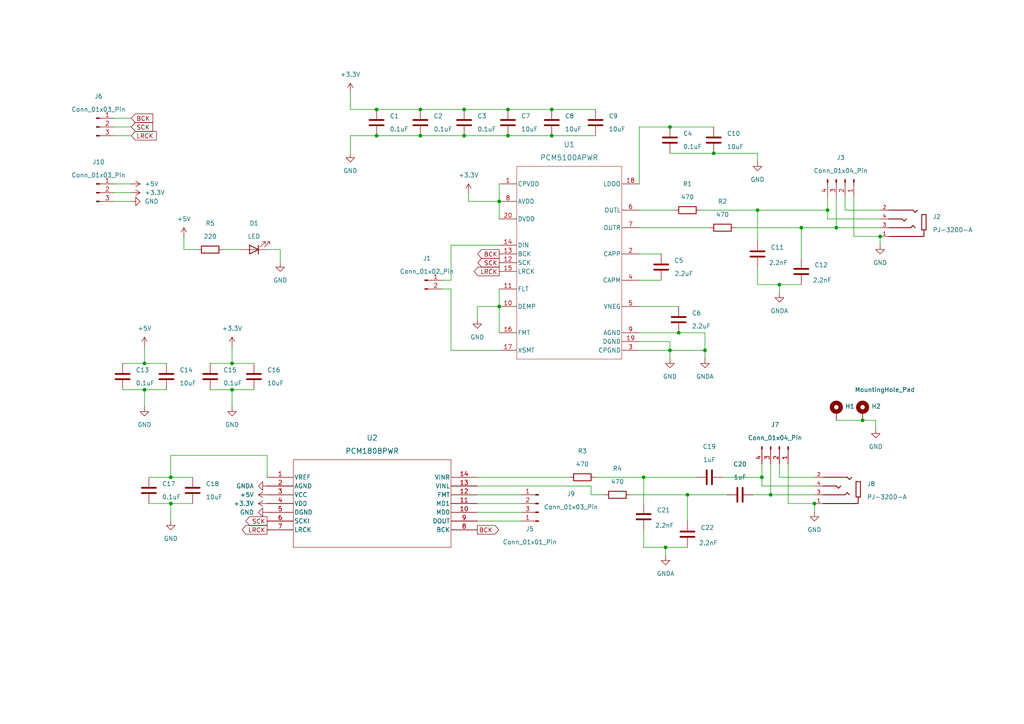
<source format=kicad_sch>
(kicad_sch (version 20250114) (generator "eeschema") (generator_version "9.0")
  (paper "A4")
  (title_block (title "tobydio - pcm5100a and pcm1808 breakout board") (date "2025-04-18") (rev "v6") (company "DaCloud"))
  (lib_symbols
    (symbol "Connector:Conn_01x01_Pin" (pin_names (offset 1.016) (hide yes))
      (property "Reference" "J" (at 0 2.54 0))
      (property "Value" "Conn_01x01_Pin" (at 0 -2.54 0))
      (symbol "Conn_01x01_Pin_1_1"
        (rectangle (start 0.8636 0.127) (end 0 -0.127) (stroke (width 0.1524)) (fill (type outline)))
        (polyline (pts (xy 1.27 0) (xy 0.8636 0)) (stroke (width 0.1524)))
        (pin passive line (at 5.08 0 180) (length 3.81) (name "Pin_1") (number "1"))
      )
    )
    (symbol "Connector:Conn_01x02_Pin" (pin_names (offset 1.016) (hide yes))
      (property "Reference" "J" (at 0 2.54 0))
      (property "Value" "Conn_01x02_Pin" (at 0 -5.08 0))
      (symbol "Conn_01x02_Pin_1_1"
        (rectangle (start 0.8636 0.127) (end 0 -0.127) (stroke (width 0.1524)) (fill (type outline)))
        (rectangle (start 0.8636 -2.413) (end 0 -2.667) (stroke (width 0.1524)) (fill (type outline)))
        (polyline (pts (xy 1.27 0) (xy 0.8636 0)) (stroke (width 0.1524)))
        (polyline (pts (xy 1.27 -2.54) (xy 0.8636 -2.54)) (stroke (width 0.1524)))
        (pin passive line (at 5.08 0 180) (length 3.81) (name "Pin_1") (number "1"))
        (pin passive line (at 5.08 -2.54 180) (length 3.81) (name "Pin_2") (number "2"))
      )
    )
    (symbol "Connector:Conn_01x03_Pin" (pin_names (offset 1.016) (hide yes))
      (property "Reference" "J" (at 0 5.08 0))
      (property "Value" "Conn_01x03_Pin" (at 0 -5.08 0))
      (symbol "Conn_01x03_Pin_1_1"
        (rectangle (start 0.8636 2.667) (end 0 2.413) (stroke (width 0.1524)) (fill (type outline)))
        (rectangle (start 0.8636 0.127) (end 0 -0.127) (stroke (width 0.1524)) (fill (type outline)))
        (rectangle (start 0.8636 -2.413) (end 0 -2.667) (stroke (width 0.1524)) (fill (type outline)))
        (polyline (pts (xy 1.27 2.54) (xy 0.8636 2.54)) (stroke (width 0.1524)))
        (polyline (pts (xy 1.27 0) (xy 0.8636 0)) (stroke (width 0.1524)))
        (polyline (pts (xy 1.27 -2.54) (xy 0.8636 -2.54)) (stroke (width 0.1524)))
        (pin passive line (at 5.08 2.54 180) (length 3.81) (name "Pin_1") (number "1"))
        (pin passive line (at 5.08 0 180) (length 3.81) (name "Pin_2") (number "2"))
        (pin passive line (at 5.08 -2.54 180) (length 3.81) (name "Pin_3") (number "3"))
      )
    )
    (symbol "Connector:Conn_01x04_Pin" (pin_names (offset 1.016) (hide yes))
      (property "Reference" "J" (at 0 5.08 0))
      (property "Value" "Conn_01x04_Pin" (at 0 -7.62 0))
      (symbol "Conn_01x04_Pin_1_1"
        (rectangle (start 0.8636 2.667) (end 0 2.413) (stroke (width 0.1524)) (fill (type outline)))
        (rectangle (start 0.8636 0.127) (end 0 -0.127) (stroke (width 0.1524)) (fill (type outline)))
        (rectangle (start 0.8636 -2.413) (end 0 -2.667) (stroke (width 0.1524)) (fill (type outline)))
        (rectangle (start 0.8636 -4.953) (end 0 -5.207) (stroke (width 0.1524)) (fill (type outline)))
        (polyline (pts (xy 1.27 2.54) (xy 0.8636 2.54)) (stroke (width 0.1524)))
        (polyline (pts (xy 1.27 0) (xy 0.8636 0)) (stroke (width 0.1524)))
        (polyline (pts (xy 1.27 -2.54) (xy 0.8636 -2.54)) (stroke (width 0.1524)))
        (polyline (pts (xy 1.27 -5.08) (xy 0.8636 -5.08)) (stroke (width 0.1524)))
        (pin passive line (at 5.08 2.54 180) (length 3.81) (name "Pin_1") (number "1"))
        (pin passive line (at 5.08 0 180) (length 3.81) (name "Pin_2") (number "2"))
        (pin passive line (at 5.08 -2.54 180) (length 3.81) (name "Pin_3") (number "3"))
        (pin passive line (at 5.08 -5.08 180) (length 3.81) (name "Pin_4") (number "4"))
      )
    )
    (symbol "Device:C" (pin_numbers (hide yes)) (pin_names (offset 0.254))
      (property "Reference" "C" (at 0.635 2.54 0))
      (property "Value" "C" (at 0.635 -2.54 0))
      (symbol "C_0_1"
        (polyline (pts (xy -2.032 0.762) (xy 2.032 0.762)) (stroke (width 0.508)))
        (polyline (pts (xy -2.032 -0.762) (xy 2.032 -0.762)) (stroke (width 0.508)))
      )
      (symbol "C_1_1"
        (pin passive line (at 0 3.81 270) (length 2.794) (name "~") (number "1"))
        (pin passive line (at 0 -3.81 90) (length 2.794) (name "~") (number "2"))
      )
    )
    (symbol "Device:LED" (pin_numbers (hide yes)) (pin_names (offset 1.016) (hide yes))
      (property "Reference" "D" (at 0 2.54 0))
      (property "Value" "LED" (at 0 -2.54 0))
      (symbol "LED_0_1"
        (polyline (pts (xy -3.048 -0.762) (xy -4.572 -2.286) (xy -3.81 -2.286) (xy -4.572 -2.286) (xy -4.572 -1.524)))
        (polyline (pts (xy -1.778 -0.762) (xy -3.302 -2.286) (xy -2.54 -2.286) (xy -3.302 -2.286) (xy -3.302 -1.524)))
        (polyline (pts (xy -1.27 0) (xy 1.27 0)))
        (polyline (pts (xy -1.27 -1.27) (xy -1.27 1.27)) (stroke (width 0.254)))
        (polyline (pts (xy 1.27 -1.27) (xy 1.27 1.27) (xy -1.27 0) (xy 1.27 -1.27)) (stroke (width 0.254)))
      )
      (symbol "LED_1_1"
        (pin passive line (at -3.81 0 0) (length 2.54) (name "K") (number "1"))
        (pin passive line (at 3.81 0 180) (length 2.54) (name "A") (number "2"))
      )
    )
    (symbol "Device:R" (pin_numbers (hide yes)) (pin_names (offset 0))
      (property "Reference" "R" (at 2.032 0 90))
      (property "Value" "R" (at 0 0 90))
      (symbol "R_0_1"
        (rectangle (start -1.016 -2.54) (end 1.016 2.54) (stroke (width 0.254)))
      )
      (symbol "R_1_1"
        (pin passive line (at 0 3.81 270) (length 1.27) (name "~") (number "1"))
        (pin passive line (at 0 -3.81 90) (length 1.27) (name "~") (number "2"))
      )
    )
    (symbol "Mechanical:MountingHole_Pad" (pin_numbers (hide yes)) (pin_names (offset 1.016) (hide yes)) (exclude_from_sim yes) (in_bom no)
      (property "Reference" "H" (at 0 6.35 0))
      (property "Value" "MountingHole_Pad" (at 0 4.445 0))
      (symbol "MountingHole_Pad_0_1"
        (circle (center 0 1.27) (radius 1.27) (stroke (width 1.27)))
      )
      (symbol "MountingHole_Pad_1_1"
        (pin input line (at 0 -2.54 90) (length 2.54) (name "1") (number "1"))
      )
    )
    (symbol "PCM1808PWR:PCM1808PWR" (pin_names (offset 0.254))
      (property "Reference" "U" (at 30.48 10.16 0))
      (property "Value" "PCM1808PWR" (at 30.48 7.62 0))
      (symbol "PCM1808PWR_0_1"
        (polyline (pts (xy 7.62 5.08) (xy 7.62 -20.32)) (stroke (width 0.127)))
        (polyline (pts (xy 7.62 -20.32) (xy 53.34 -20.32)) (stroke (width 0.127)))
        (polyline (pts (xy 53.34 5.08) (xy 7.62 5.08)) (stroke (width 0.127)))
        (polyline (pts (xy 53.34 -20.32) (xy 53.34 5.08)) (stroke (width 0.127)))
        (pin power_in line (at 0 0 0) (length 7.62) (name "VREF") (number "1"))
        (pin power_in line (at 0 -2.54 0) (length 7.62) (name "AGND") (number "2"))
        (pin power_in line (at 0 -5.08 0) (length 7.62) (name "VCC") (number "3"))
        (pin power_in line (at 0 -7.62 0) (length 7.62) (name "VDD") (number "4"))
        (pin power_in line (at 0 -10.16 0) (length 7.62) (name "DGND") (number "5"))
        (pin input line (at 0 -12.7 0) (length 7.62) (name "SCKI") (number "6"))
        (pin bidirectional line (at 0 -15.24 0) (length 7.62) (name "LRCK") (number "7"))
        (pin input line (at 60.96 0 180) (length 7.62) (name "VINR") (number "14"))
        (pin input line (at 60.96 -2.54 180) (length 7.62) (name "VINL") (number "13"))
        (pin input line (at 60.96 -5.08 180) (length 7.62) (name "FMT") (number "12"))
        (pin input line (at 60.96 -7.62 180) (length 7.62) (name "MD1") (number "11"))
        (pin input line (at 60.96 -10.16 180) (length 7.62) (name "MD0") (number "10"))
        (pin output line (at 60.96 -12.7 180) (length 7.62) (name "DOUT") (number "9"))
        (pin bidirectional line (at 60.96 -15.24 180) (length 7.62) (name "BCK") (number "8"))
      )
    )
    (symbol "PCM5100APWR:PCM5100APWR" (pin_names (offset 0.254))
      (property "Reference" "U" (at 0 2.54 0))
      (property "Value" "PCM5100APWR" (at 0 0 0))
      (symbol "PCM5100APWR_0_1"
        (polyline (pts (xy -15.24 27.94) (xy -15.24 -27.94)) (stroke (width 0.1016)))
        (polyline (pts (xy -15.24 -27.94) (xy 15.24 -27.94)) (stroke (width 0.1016)))
        (polyline (pts (xy 15.24 27.94) (xy -15.24 27.94)) (stroke (width 0.1016)))
        (polyline (pts (xy 15.24 -27.94) (xy 15.24 27.94)) (stroke (width 0.1016)))
        (pin power_in line (at -20.32 22.86 0) (length 5.08) (name "CPVDD") (number "1"))
        (pin power_in line (at -20.32 17.78 0) (length 5.08) (name "AVDD") (number "8"))
        (pin power_in line (at -20.32 12.7 0) (length 5.08) (name "DVDD") (number "20"))
        (pin input line (at -20.32 5.08 0) (length 5.08) (name "DIN") (number "14"))
        (pin input line (at -20.32 2.54 0) (length 5.08) (name "BCK") (number "13"))
        (pin input line (at -20.32 0 0) (length 5.08) (name "SCK") (number "12"))
        (pin input line (at -20.32 -2.54 0) (length 5.08) (name "LRCK") (number "15"))
        (pin input line (at -20.32 -7.62 0) (length 5.08) (name "FLT") (number "11"))
        (pin input line (at -20.32 -12.7 0) (length 5.08) (name "DEMP") (number "10"))
        (pin input line (at -20.32 -20.32 0) (length 5.08) (name "FMT") (number "16"))
        (pin input line (at -20.32 -25.4 0) (length 5.08) (name "XSMT") (number "17"))
        (pin power_in line (at 20.32 22.86 180) (length 5.08) (name "LDOO") (number "18"))
        (pin output line (at 20.32 15.24 180) (length 5.08) (name "OUTL") (number "6"))
        (pin output line (at 20.32 10.16 180) (length 5.08) (name "OUTR") (number "7"))
        (pin output line (at 20.32 2.54 180) (length 5.08) (name "CAPP") (number "2"))
        (pin output line (at 20.32 -5.08 180) (length 5.08) (name "CAPM") (number "4"))
        (pin power_in line (at 20.32 -12.7 180) (length 5.08) (name "VNEG") (number "5"))
        (pin power_in line (at 20.32 -20.32 180) (length 5.08) (name "AGND") (number "9"))
        (pin power_in line (at 20.32 -22.86 180) (length 5.08) (name "DGND") (number "19"))
        (pin power_in line (at 20.32 -25.4 180) (length 5.08) (name "CPGND") (number "3"))
      )
    )
    (symbol "PJ-320D-A:PJ-320D-A" (pin_names (offset 1.016))
      (property "Reference" "J" (at -5.08 2.54 0))
      (property "Value" "PJ-320D-A" (at -5.08 -10.16 0))
      (symbol "PJ-320D-A_0_0"
        (polyline (pts (xy -5.715 -1.905) (xy -5.08 -1.905)) (stroke (width 0.254)))
        (polyline (pts (xy -5.715 -6.35) (xy -5.715 -1.905)) (stroke (width 0.254)))
        (polyline (pts (xy -5.08 0) (xy -5.08 -1.905)) (stroke (width 0.254)))
        (polyline (pts (xy -5.08 -1.905) (xy -4.445 -1.905)) (stroke (width 0.254)))
        (polyline (pts (xy -4.445 -1.905) (xy -4.445 -6.35)) (stroke (width 0.254)))
        (polyline (pts (xy -4.445 -6.35) (xy -5.715 -6.35)) (stroke (width 0.254)))
        (polyline (pts (xy -2.54 -6.985) (xy -3.175 -7.62)) (stroke (width 0.254)))
        (polyline (pts (xy -1.905 -3.175) (xy -2.54 -2.54)) (stroke (width 0.254)))
        (polyline (pts (xy -1.905 -7.62) (xy -2.54 -6.985)) (stroke (width 0.254)))
        (polyline (pts (xy -1.27 -2.54) (xy -1.905 -3.175)) (stroke (width 0.254)))
        (polyline (pts (xy 0.635 -4.445) (xy 0 -5.08)) (stroke (width 0.254)))
        (polyline (pts (xy 1.27 -5.08) (xy 0.635 -4.445)) (stroke (width 0.254)))
        (polyline (pts (xy 5.08 0) (xy -5.08 0)) (stroke (width 0.254)))
        (polyline (pts (xy 5.08 -2.54) (xy -1.27 -2.54)) (stroke (width 0.254)))
        (polyline (pts (xy 5.08 -5.08) (xy 1.27 -5.08)) (stroke (width 0.254)))
        (polyline (pts (xy 5.08 -7.62) (xy -1.905 -7.62)) (stroke (width 0.254)))
        (pin passive line (at 7.62 0 180) (length 2.54) (name "~") (number "1"))
        (pin passive line (at 7.62 -2.54 180) (length 2.54) (name "~") (number "3"))
      )
      (symbol "PJ-320D-A_1_0"
        (pin passive line (at 7.62 -5.08 180) (length 2.54) (name "~") (number "4"))
        (pin passive line (at 7.62 -7.62 180) (length 2.54) (name "~") (number "2"))
      )
    )
    (symbol "power:+3.3V" (power) (pin_numbers (hide yes)) (pin_names (offset 0) (hide yes))
      (property "Value" "+3.3V" (at 0 3.556 0))
      (symbol "+3.3V_0_1"
        (polyline (pts (xy -0.762 1.27) (xy 0 2.54)))
        (polyline (pts (xy 0 2.54) (xy 0.762 1.27)))
        (polyline (pts (xy 0 0) (xy 0 2.54)))
      )
      (symbol "+3.3V_1_1"
        (pin power_in line (at 0 0 90) (length 0) (name "~") (number "1"))
      )
    )
    (symbol "power:+5V" (power) (pin_numbers (hide yes)) (pin_names (offset 0) (hide yes))
      (property "Value" "+5V" (at 0 3.556 0))
      (symbol "+5V_0_1"
        (polyline (pts (xy -0.762 1.27) (xy 0 2.54)))
        (polyline (pts (xy 0 2.54) (xy 0.762 1.27)))
        (polyline (pts (xy 0 0) (xy 0 2.54)))
      )
      (symbol "+5V_1_1"
        (pin power_in line (at 0 0 90) (length 0) (name "~") (number "1"))
      )
    )
    (symbol "power:GND" (power) (pin_numbers (hide yes)) (pin_names (offset 0) (hide yes))
      (property "Value" "GND" (at 0 -3.81 0))
      (symbol "GND_0_1"
        (polyline (pts (xy 0 0) (xy 0 -1.27) (xy 1.27 -1.27) (xy 0 -2.54) (xy -1.27 -1.27) (xy 0 -1.27)))
      )
      (symbol "GND_1_1"
        (pin power_in line (at 0 0 270) (length 0) (name "~") (number "1"))
      )
    )
    (symbol "power:GNDA" (power) (pin_numbers (hide yes)) (pin_names (offset 0) (hide yes))
      (property "Value" "GNDA" (at 0 -3.81 0))
      (symbol "GNDA_0_1"
        (polyline (pts (xy 0 0) (xy 0 -1.27) (xy 1.27 -1.27) (xy 0 -2.54) (xy -1.27 -1.27) (xy 0 -1.27)))
      )
      (symbol "GNDA_1_1"
        (pin power_in line (at 0 0 270) (length 0) (name "~") (number "1"))
      )
    )
  )
  (junction (at 186.69 138.43))
  (junction (at 240.03 60.96))
  (junction (at 220.98 138.43))
  (junction (at 232.41 66.04))
  (junction (at 67.31 105.41))
  (junction (at 121.92 39.37))
  (junction (at 147.32 31.75))
  (junction (at 144.78 88.9))
  (junction (at 67.31 113.03))
  (junction (at 250.19 121.92))
  (junction (at 196.85 96.52))
  (junction (at 109.22 39.37))
  (junction (at 207.01 44.45))
  (junction (at 109.22 31.75))
  (junction (at 219.71 60.96))
  (junction (at 204.47 101.6))
  (junction (at 134.62 39.37))
  (junction (at 41.91 113.03))
  (junction (at 255.27 68.58))
  (junction (at 160.02 31.75))
  (junction (at 144.78 58.42))
  (junction (at 160.02 39.37))
  (junction (at 134.62 31.75))
  (junction (at 223.52 143.51))
  (junction (at 121.92 31.75))
  (junction (at 194.31 101.6))
  (junction (at 147.32 39.37))
  (junction (at 236.22 146.05))
  (junction (at 226.06 82.55))
  (junction (at 193.04 158.75))
  (junction (at 199.39 143.51))
  (junction (at 242.57 66.04))
  (junction (at 49.53 146.05))
  (junction (at 49.53 138.43))
  (junction (at 41.91 105.41))
  (junction (at 194.31 36.83))
  (wire (pts (xy 204.47 101.6) (xy 204.47 104.14)))
  (wire (pts (xy 247.65 68.58) (xy 255.27 68.58)))
  (wire (pts (xy 67.31 113.03) (xy 67.31 118.11)))
  (wire (pts (xy 138.43 151.13) (xy 151.13 151.13)))
  (wire (pts (xy 242.57 57.15) (xy 242.57 66.04)))
  (wire (pts (xy 250.19 121.92) (xy 254 121.92)))
  (wire (pts (xy 209.55 138.43) (xy 220.98 138.43)))
  (wire (pts (xy 109.22 31.75) (xy 121.92 31.75)))
  (wire (pts (xy 138.43 140.97) (xy 171.45 140.97)))
  (wire (pts (xy 219.71 44.45) (xy 219.71 46.99)))
  (wire (pts (xy 138.43 88.9) (xy 138.43 92.71)))
  (wire (pts (xy 186.69 153.67) (xy 186.69 158.75)))
  (wire (pts (xy 160.02 31.75) (xy 172.72 31.75)))
  (wire (pts (xy 194.31 99.06) (xy 185.42 99.06)))
  (wire (pts (xy 130.81 101.6) (xy 144.78 101.6)))
  (wire (pts (xy 218.44 143.51) (xy 223.52 143.51)))
  (wire (pts (xy 49.53 146.05) (xy 55.88 146.05)))
  (wire (pts (xy 204.47 96.52) (xy 204.47 101.6)))
  (wire (pts (xy 199.39 143.51) (xy 210.82 143.51)))
  (wire (pts (xy 185.42 81.28) (xy 191.77 81.28)))
  (wire (pts (xy 121.92 31.75) (xy 134.62 31.75)))
  (wire (pts (xy 49.53 132.08) (xy 77.47 132.08)))
  (wire (pts (xy 138.43 148.59) (xy 151.13 148.59)))
  (wire (pts (xy 135.89 58.42) (xy 144.78 58.42)))
  (wire (pts (xy 236.22 148.59) (xy 236.22 146.05)))
  (wire (pts (xy 219.71 77.47) (xy 219.71 82.55)))
  (wire (pts (xy 43.18 146.05) (xy 49.53 146.05)))
  (wire (pts (xy 199.39 151.13) (xy 199.39 143.51)))
  (wire (pts (xy 147.32 31.75) (xy 160.02 31.75)))
  (wire (pts (xy 134.62 39.37) (xy 147.32 39.37)))
  (wire (pts (xy 193.04 158.75) (xy 199.39 158.75)))
  (wire (pts (xy 144.78 96.52) (xy 144.78 88.9)))
  (wire (pts (xy 171.45 140.97) (xy 171.45 143.51)))
  (wire (pts (xy 144.78 88.9) (xy 144.78 83.82)))
  (wire (pts (xy 130.81 81.28) (xy 128.27 81.28)))
  (wire (pts (xy 130.81 101.6) (xy 130.81 83.82)))
  (wire (pts (xy 147.32 39.37) (xy 160.02 39.37)))
  (wire (pts (xy 130.81 71.12) (xy 130.81 81.28)))
  (wire (pts (xy 35.56 113.03) (xy 41.91 113.03)))
  (wire (pts (xy 171.45 143.51) (xy 175.26 143.51)))
  (wire (pts (xy 213.36 66.04) (xy 232.41 66.04)))
  (wire (pts (xy 185.42 88.9) (xy 196.85 88.9)))
  (wire (pts (xy 219.71 69.85) (xy 219.71 60.96)))
  (wire (pts (xy 138.43 138.43) (xy 165.1 138.43)))
  (wire (pts (xy 220.98 140.97) (xy 220.98 138.43)))
  (wire (pts (xy 138.43 146.05) (xy 151.13 146.05)))
  (wire (pts (xy 101.6 31.75) (xy 109.22 31.75)))
  (wire (pts (xy 226.06 82.55) (xy 219.71 82.55)))
  (wire (pts (xy 60.96 113.03) (xy 67.31 113.03)))
  (wire (pts (xy 33.02 58.42) (xy 38.1 58.42)))
  (wire (pts (xy 228.6 134.62) (xy 228.6 146.05)))
  (wire (pts (xy 109.22 39.37) (xy 121.92 39.37)))
  (wire (pts (xy 53.34 68.58) (xy 53.34 72.39)))
  (wire (pts (xy 185.42 36.83) (xy 194.31 36.83)))
  (wire (pts (xy 242.57 121.92) (xy 250.19 121.92)))
  (wire (pts (xy 255.27 71.12) (xy 255.27 68.58)))
  (wire (pts (xy 101.6 26.67) (xy 101.6 31.75)))
  (wire (pts (xy 33.02 34.29) (xy 38.1 34.29)))
  (wire (pts (xy 81.28 72.39) (xy 81.28 76.2)))
  (wire (pts (xy 49.53 146.05) (xy 49.53 151.13)))
  (wire (pts (xy 67.31 105.41) (xy 73.66 105.41)))
  (wire (pts (xy 185.42 66.04) (xy 205.74 66.04)))
  (wire (pts (xy 232.41 74.93) (xy 232.41 66.04)))
  (wire (pts (xy 172.72 138.43) (xy 186.69 138.43)))
  (wire (pts (xy 220.98 134.62) (xy 220.98 138.43)))
  (wire (pts (xy 194.31 36.83) (xy 207.01 36.83)))
  (wire (pts (xy 247.65 57.15) (xy 247.65 68.58)))
  (wire (pts (xy 207.01 44.45) (xy 219.71 44.45)))
  (wire (pts (xy 33.02 55.88) (xy 38.1 55.88)))
  (wire (pts (xy 53.34 72.39) (xy 57.15 72.39)))
  (wire (pts (xy 186.69 138.43) (xy 201.93 138.43)))
  (wire (pts (xy 138.43 143.51) (xy 151.13 143.51)))
  (wire (pts (xy 64.77 72.39) (xy 69.85 72.39)))
  (wire (pts (xy 41.91 113.03) (xy 41.91 118.11)))
  (wire (pts (xy 186.69 146.05) (xy 186.69 138.43)))
  (wire (pts (xy 223.52 143.51) (xy 236.22 143.51)))
  (wire (pts (xy 41.91 100.33) (xy 41.91 105.41)))
  (wire (pts (xy 35.56 105.41) (xy 41.91 105.41)))
  (wire (pts (xy 193.04 158.75) (xy 193.04 161.29)))
  (wire (pts (xy 185.42 73.66) (xy 191.77 73.66)))
  (wire (pts (xy 49.53 138.43) (xy 55.88 138.43)))
  (wire (pts (xy 194.31 44.45) (xy 207.01 44.45)))
  (wire (pts (xy 232.41 66.04) (xy 242.57 66.04)))
  (wire (pts (xy 138.43 88.9) (xy 144.78 88.9)))
  (wire (pts (xy 185.42 53.34) (xy 185.42 36.83)))
  (wire (pts (xy 223.52 134.62) (xy 223.52 143.51)))
  (wire (pts (xy 41.91 113.03) (xy 48.26 113.03)))
  (wire (pts (xy 240.03 57.15) (xy 240.03 60.96)))
  (wire (pts (xy 194.31 101.6) (xy 194.31 104.14)))
  (wire (pts (xy 135.89 55.88) (xy 135.89 58.42)))
  (wire (pts (xy 226.06 82.55) (xy 232.41 82.55)))
  (wire (pts (xy 194.31 101.6) (xy 204.47 101.6)))
  (wire (pts (xy 144.78 58.42) (xy 144.78 63.5)))
  (wire (pts (xy 121.92 39.37) (xy 134.62 39.37)))
  (wire (pts (xy 255.27 60.96) (xy 245.11 60.96)))
  (wire (pts (xy 144.78 53.34) (xy 144.78 58.42)))
  (wire (pts (xy 33.02 53.34) (xy 38.1 53.34)))
  (wire (pts (xy 182.88 143.51) (xy 199.39 143.51)))
  (wire (pts (xy 77.47 72.39) (xy 81.28 72.39)))
  (wire (pts (xy 219.71 60.96) (xy 240.03 60.96)))
  (wire (pts (xy 134.62 31.75) (xy 147.32 31.75)))
  (wire (pts (xy 67.31 100.33) (xy 67.31 105.41)))
  (wire (pts (xy 228.6 146.05) (xy 236.22 146.05)))
  (wire (pts (xy 226.06 138.43) (xy 226.06 134.62)))
  (wire (pts (xy 186.69 158.75) (xy 193.04 158.75)))
  (wire (pts (xy 49.53 132.08) (xy 49.53 138.43)))
  (wire (pts (xy 41.91 105.41) (xy 48.26 105.41)))
  (wire (pts (xy 67.31 113.03) (xy 73.66 113.03)))
  (wire (pts (xy 240.03 60.96) (xy 240.03 63.5)))
  (wire (pts (xy 236.22 138.43) (xy 226.06 138.43)))
  (wire (pts (xy 240.03 63.5) (xy 255.27 63.5)))
  (wire (pts (xy 242.57 66.04) (xy 255.27 66.04)))
  (wire (pts (xy 101.6 39.37) (xy 109.22 39.37)))
  (wire (pts (xy 160.02 39.37) (xy 172.72 39.37)))
  (wire (pts (xy 185.42 60.96) (xy 195.58 60.96)))
  (wire (pts (xy 130.81 83.82) (xy 128.27 83.82)))
  (wire (pts (xy 236.22 140.97) (xy 220.98 140.97)))
  (wire (pts (xy 60.96 105.41) (xy 67.31 105.41)))
  (wire (pts (xy 254 121.92) (xy 254 124.46)))
  (wire (pts (xy 77.47 132.08) (xy 77.47 138.43)))
  (wire (pts (xy 203.2 60.96) (xy 219.71 60.96)))
  (wire (pts (xy 185.42 101.6) (xy 194.31 101.6)))
  (wire (pts (xy 245.11 60.96) (xy 245.11 57.15)))
  (wire (pts (xy 226.06 82.55) (xy 226.06 85.09)))
  (wire (pts (xy 130.81 71.12) (xy 144.78 71.12)))
  (wire (pts (xy 194.31 99.06) (xy 194.31 101.6)))
  (wire (pts (xy 196.85 96.52) (xy 204.47 96.52)))
  (wire (pts (xy 33.02 36.83) (xy 38.1 36.83)))
  (wire (pts (xy 33.02 39.37) (xy 38.1 39.37)))
  (wire (pts (xy 43.18 138.43) (xy 49.53 138.43)))
  (wire (pts (xy 101.6 39.37) (xy 101.6 44.45)))
  (wire (pts (xy 185.42 96.52) (xy 196.85 96.52)))
  (global_label "LRCK" (shape input) (at 38.1 39.37 0) (property "Intersheetrefs" "${INTERSHEET_REFS}" (effects (hide yes))))
  (global_label "LRCK" (shape output) (at 77.47 153.67 180) (property "Intersheetrefs" "${INTERSHEET_REFS}" (effects (hide yes))))
  (global_label "SCK" (shape input) (at 38.1 36.83 0) (property "Intersheetrefs" "${INTERSHEET_REFS}" (effects (hide yes))))
  (global_label "BCK" (shape output) (at 144.78 73.66 180) (property "Intersheetrefs" "${INTERSHEET_REFS}" (effects (hide yes))))
  (global_label "LRCK" (shape output) (at 144.78 78.74 180) (property "Intersheetrefs" "${INTERSHEET_REFS}" (effects (hide yes))))
  (global_label "SCK" (shape output) (at 77.47 151.13 180) (property "Intersheetrefs" "${INTERSHEET_REFS}" (effects (hide yes))))
  (global_label "SCK" (shape output) (at 144.78 76.2 180) (property "Intersheetrefs" "${INTERSHEET_REFS}" (effects (hide yes))))
  (global_label "BCK" (shape output) (at 138.43 153.67 0) (property "Intersheetrefs" "${INTERSHEET_REFS}" (effects (hide yes))))
  (global_label "BCK" (shape input) (at 38.1 34.29 0) (property "Intersheetrefs" "${INTERSHEET_REFS}" (effects (hide yes))))
  (symbol (lib_id "Mechanical:MountingHole_Pad") (at 250.19 119.38 0) (unit 1) (exclude_from_sim yes) (in_bom no)
    (property "Reference" "H2" (at 252.73 117.856 0) (effects (justify left)))
    (property "Value" "MountingHole_Pad" (effects (hide yes)))
    (property "Footprint" "MountingHole:MountingHole_4.3mm_M4_Pad_Via" (effects (hide yes)))
    (property "Description" "Mounting Hole with connection" (effects (hide yes)))
  )
  (symbol (lib_id "power:GNDA") (at 77.47 140.97 270) (unit 1)
    (property "Reference" "#PWR12" (effects (hide yes)))
    (property "Value" "GNDA" (at 73.66 140.97 90) (effects (justify right)))
    (property "Description" "Power symbol creates a global label with name \"GNDA\" , analog ground" (effects (hide yes)))
  )
  (symbol (lib_id "power:GND") (at 236.22 148.59 0) (unit 1)
    (property "Reference" "#PWR21" (effects (hide yes)))
    (property "Value" "GND" (at 236.22 153.67 0))
    (property "Description" "Power symbol creates a global label with name \"GND\" , ground" (effects (hide yes)))
  )
  (symbol (lib_id "power:GNDA") (at 204.47 104.14 0) (unit 1)
    (property "Reference" "#PWR6" (effects (hide yes)))
    (property "Value" "GNDA" (at 204.47 109.22 0))
    (property "Description" "Power symbol creates a global label with name \"GNDA\" , analog ground" (effects (hide yes)))
  )
  (symbol (lib_id "Device:R") (at 60.96 72.39 90) (unit 1)
    (property "Reference" "R5" (at 60.96 64.77 90))
    (property "Value" "220" (at 60.96 68.58 90))
    (property "Footprint" "Resistor_SMD:R_0402_1005Metric_Pad0.72x0.64mm_HandSolder" (effects (hide yes)))
    (property "Description" "Resistor" (effects (hide yes)))
    (property "LCSC Part #" "C25091" (effects (hide yes)))
  )
  (symbol (lib_id "power:+5V") (at 38.1 53.34 270) (unit 1)
    (property "Reference" "#PWR22" (effects (hide yes)))
    (property "Value" "+5V" (at 41.91 53.34 90) (effects (justify left)))
    (property "Description" "Power symbol creates a global label with name \"+5V\"" (effects (hide yes)))
  )
  (symbol (lib_id "PJ-320D-A:PJ-320D-A") (at 243.84 146.05 180) (unit 1)
    (property "Reference" "J8" (at 251.46 140.335 0) (effects (justify right)))
    (property "Value" "PJ-320D-A" (at 251.46 144.145 0) (effects (justify right)))
    (property "Footprint" "PJ-320D-A:HRO_PJ-320D-A" (effects (hide yes)))
    (property "MF" "HRO Electronics Co., Ltd." (effects (hide yes)))
    (property "MAXIMUM_PACKAGE_HEIGHT" "5 mm" (effects (hide yes)))
    (property "Package" "Package" (effects (hide yes)))
    (property "Price" "None" (effects (hide yes)))
    (property "Check_prices" "https://www.snapeda.com/parts/PJ-320D-A/HRO+Electronics+Co.%252C+Ltd./view-part/?ref=eda" (effects (hide yes)))
    (property "STANDARD" "Manufacturer Recommendations" (effects (hide yes)))
    (property "PARTREV" "B" (effects (hide yes)))
    (property "SnapEDA_Link" "https://www.snapeda.com/parts/PJ-320D-A/HRO+Electronics+Co.%252C+Ltd./view-part/?ref=snap" (effects (hide yes)))
    (property "MP" "PJ-320D-A" (effects (hide yes)))
    (property "Description_1" "\n                        \n                            Headphone jack 0.5A 30V DC 100 mΩ\n                        \n" (effects (hide yes)))
    (property "Availability" "Not in stock" (effects (hide yes)))
    (property "MANUFACTURER" "HRO Electronics Co, Ltd" (effects (hide yes)))
  )
  (symbol (lib_id "Device:C") (at 194.31 40.64 0) (unit 1)
    (property "Reference" "C4" (at 198.12 38.735 0) (effects (justify left)))
    (property "Value" "0.1uF" (at 198.12 42.545 0) (effects (justify left)))
    (property "Footprint" "Capacitor_SMD:C_0402_1005Metric_Pad0.74x0.62mm_HandSolder" (effects (hide yes)))
    (property "Description" "Unpolarized capacitor" (effects (hide yes)))
    (property "LCSC Part #" "C1525" (effects (hide yes)))
  )
  (symbol (lib_id "Connector:Conn_01x02_Pin") (at 123.19 81.28 0) (unit 1)
    (property "Reference" "J1" (at 123.825 74.93 0))
    (property "Value" "Conn_01x02_Pin" (at 123.825 78.74 0))
    (property "Footprint" "Connector_PinHeader_2.54mm:PinHeader_1x02_P2.54mm_Vertical" (effects (hide yes)))
    (property "Description" "Generic connector, single row, 01x02, script generated" (effects (hide yes)))
  )
  (symbol (lib_id "Device:C") (at 232.41 78.74 0) (unit 1)
    (property "Reference" "C12" (at 236.22 76.835 0) (effects (justify left)))
    (property "Value" "2.2nF" (at 235.712 81.28 0) (effects (justify left)))
    (property "Footprint" "Capacitor_SMD:C_0805_2012Metric_Pad1.18x1.45mm_HandSolder" (effects (hide yes)))
    (property "Description" "Unpolarized capacitor" (effects (hide yes)))
    (property "LCSC Part #" "C28260" (effects (hide yes)))
  )
  (symbol (lib_id "power:GNDA") (at 193.04 161.29 0) (unit 1)
    (property "Reference" "#PWR20" (effects (hide yes)))
    (property "Value" "GNDA" (at 193.04 166.37 0))
    (property "Description" "Power symbol creates a global label with name \"GNDA\" , analog ground" (effects (hide yes)))
  )
  (symbol (lib_id "Connector:Conn_01x04_Pin") (at 226.06 129.54 270) (unit 1)
    (property "Reference" "J7" (at 224.79 123.19 90))
    (property "Value" "Conn_01x04_Pin" (at 224.79 127 90))
    (property "Footprint" "Connector_PinHeader_2.54mm:PinHeader_1x04_P2.54mm_Vertical" (effects (hide yes)))
    (property "Description" "Generic connector, single row, 01x04, script generated" (effects (hide yes)))
  )
  (symbol (lib_id "Connector:Conn_01x04_Pin") (at 245.11 52.07 270) (unit 1)
    (property "Reference" "J3" (at 243.84 45.72 90))
    (property "Value" "Conn_01x04_Pin" (at 243.84 49.53 90))
    (property "Footprint" "Connector_PinHeader_2.54mm:PinHeader_1x04_P2.54mm_Vertical" (effects (hide yes)))
    (property "Description" "Generic connector, single row, 01x04, script generated" (effects (hide yes)))
  )
  (symbol (lib_id "power:GND") (at 77.47 148.59 270) (unit 1)
    (property "Reference" "#PWR11" (effects (hide yes)))
    (property "Value" "GND" (at 73.66 148.59 90) (effects (justify right)))
    (property "Description" "Power symbol creates a global label with name \"GND\" , ground" (effects (hide yes)))
  )
  (symbol (lib_id "Device:C") (at 172.72 35.56 0) (unit 1)
    (property "Reference" "C9" (at 176.53 33.655 0) (effects (justify left)))
    (property "Value" "10uF" (at 176.53 37.465 0) (effects (justify left)))
    (property "Footprint" "Capacitor_SMD:C_0402_1005Metric_Pad0.74x0.62mm_HandSolder" (effects (hide yes)))
    (property "Description" "Unpolarized capacitor" (effects (hide yes)))
    (property "LCSC Part #" "C15525" (effects (hide yes)))
  )
  (symbol (lib_id "Connector:Conn_01x03_Pin") (at 156.21 146.05 0) (mirror y) (unit 1)
    (property "Reference" "J9" (at 165.608 143.256 0))
    (property "Value" "Conn_01x03_Pin" (at 165.608 147.066 0))
    (property "Footprint" "Connector_PinHeader_2.54mm:PinHeader_1x03_P2.54mm_Vertical" (effects (hide yes)))
    (property "Description" "Generic connector, single row, 01x03, script generated" (effects (hide yes)))
  )
  (symbol (lib_id "Device:R") (at 179.07 143.51 90) (unit 1)
    (property "Reference" "R4" (at 179.07 135.89 90))
    (property "Value" "470" (at 179.07 139.7 90))
    (property "Footprint" "Resistor_SMD:R_0402_1005Metric_Pad0.72x0.64mm_HandSolder" (effects (hide yes)))
    (property "Description" "Resistor" (effects (hide yes)))
    (property "LCSC Part #" "C25117" (effects (hide yes)))
  )
  (symbol (lib_id "power:GNDA") (at 226.06 85.09 0) (unit 1)
    (property "Reference" "#PWR7" (effects (hide yes)))
    (property "Value" "GNDA" (at 226.06 90.17 0))
    (property "Description" "Power symbol creates a global label with name \"GNDA\" , analog ground" (effects (hide yes)))
  )
  (symbol (lib_id "Device:C") (at 191.77 77.47 0) (unit 1)
    (property "Reference" "C5" (at 195.58 75.565 0) (effects (justify left)))
    (property "Value" "2.2uF" (at 195.58 79.375 0) (effects (justify left)))
    (property "Footprint" "Capacitor_SMD:C_0603_1608Metric_Pad1.08x0.95mm_HandSolder" (effects (hide yes)))
    (property "Description" "Unpolarized capacitor" (effects (hide yes)))
    (property "LCSC Part #" "C23630" (effects (hide yes)))
  )
  (symbol (lib_id "Device:R") (at 168.91 138.43 90) (unit 1)
    (property "Reference" "R3" (at 168.91 130.81 90))
    (property "Value" "470" (at 168.91 134.62 90))
    (property "Footprint" "Resistor_SMD:R_0402_1005Metric_Pad0.72x0.64mm_HandSolder" (effects (hide yes)))
    (property "Description" "Resistor" (effects (hide yes)))
    (property "LCSC Part #" "C25117" (effects (hide yes)))
  )
  (symbol (lib_id "Mechanical:MountingHole_Pad") (at 242.57 119.38 0) (unit 1) (exclude_from_sim yes) (in_bom no)
    (property "Reference" "H1" (at 245.11 117.856 0) (effects (justify left)))
    (property "Value" "MountingHole_Pad" (at 247.904 113.03 0) (effects (justify left)))
    (property "Footprint" "MountingHole:MountingHole_4.3mm_M4_Pad_Via" (effects (hide yes)))
    (property "Description" "Mounting Hole with connection" (effects (hide yes)))
  )
  (symbol (lib_id "Device:C") (at 214.63 143.51 90) (unit 1)
    (property "Reference" "C20" (at 214.63 134.62 90))
    (property "Value" "1uF" (at 214.63 138.43 90))
    (property "Footprint" "Capacitor_SMD:C_0805_2012Metric_Pad1.18x1.45mm_HandSolder" (effects (hide yes)))
    (property "Description" "Unpolarized capacitor" (effects (hide yes)))
    (property "LCSC Part #" "C28323" (effects (hide yes)))
  )
  (symbol (lib_id "power:+5V") (at 41.91 100.33 0) (unit 1)
    (property "Reference" "#PWR15" (effects (hide yes)))
    (property "Value" "+5V" (at 41.91 95.25 0))
    (property "Description" "Power symbol creates a global label with name \"+5V\"" (effects (hide yes)))
  )
  (symbol (lib_id "Device:LED") (at 73.66 72.39 180) (unit 1)
    (property "Reference" "D1" (at 73.66 64.77 0))
    (property "Value" "LED" (at 73.66 68.58 0))
    (property "Footprint" "LED_SMD:LED_0805_2012Metric_Pad1.15x1.40mm_HandSolder" (effects (hide yes)))
    (property "Description" "Light emitting diode" (effects (hide yes)))
    (property "LCSC Part #" "C2297" (effects (hide yes)))
  )
  (symbol (lib_id "power:GND") (at 138.43 92.71 0) (unit 1)
    (property "Reference" "#PWR8" (effects (hide yes)))
    (property "Value" "GND" (at 138.43 97.79 0))
    (property "Description" "Power symbol creates a global label with name \"GND\" , ground" (effects (hide yes)))
  )
  (symbol (lib_id "power:+3.3V") (at 38.1 55.88 270) (unit 1)
    (property "Reference" "#PWR23" (effects (hide yes)))
    (property "Value" "+3.3V" (at 41.91 55.88 90) (effects (justify left)))
    (property "Description" "Power symbol creates a global label with name \"+3.3V\"" (effects (hide yes)))
  )
  (symbol (lib_id "Device:C") (at 55.88 142.24 0) (unit 1)
    (property "Reference" "C18" (at 59.69 140.335 0) (effects (justify left)))
    (property "Value" "10uF" (at 59.69 144.145 0) (effects (justify left)))
    (property "Footprint" "Capacitor_SMD:C_0603_1608Metric_Pad1.08x0.95mm_HandSolder" (effects (hide yes)))
    (property "Description" "Unpolarized capacitor" (effects (hide yes)))
    (property "LCSC Part #" "C19702" (effects (hide yes)))
  )
  (symbol (lib_id "Connector:Conn_01x01_Pin") (at 156.21 151.13 0) (mirror y) (unit 1)
    (property "Reference" "J5" (at 153.67 153.416 0))
    (property "Value" "Conn_01x01_Pin" (at 153.67 157.226 0))
    (property "Footprint" "Connector_PinHeader_2.54mm:PinHeader_1x01_P2.54mm_Vertical" (effects (hide yes)))
    (property "Description" "Generic connector, single row, 01x01, script generated" (effects (hide yes)))
  )
  (symbol (lib_id "power:GND") (at 254 124.46 0) (unit 1)
    (property "Reference" "#PWR10" (effects (hide yes)))
    (property "Value" "GND" (at 254 129.54 0))
    (property "Description" "Power symbol creates a global label with name \"GND\" , ground" (effects (hide yes)))
  )
  (symbol (lib_id "Device:C") (at 48.26 109.22 0) (unit 1)
    (property "Reference" "C14" (at 52.07 107.315 0) (effects (justify left)))
    (property "Value" "10uF" (at 52.07 111.125 0) (effects (justify left)))
    (property "Footprint" "Capacitor_SMD:C_0603_1608Metric_Pad1.08x0.95mm_HandSolder" (effects (hide yes)))
    (property "Description" "Unpolarized capacitor" (effects (hide yes)))
    (property "LCSC Part #" "C19702" (effects (hide yes)))
  )
  (symbol (lib_id "power:GND") (at 41.91 118.11 0) (unit 1)
    (property "Reference" "#PWR16" (effects (hide yes)))
    (property "Value" "GND" (at 41.91 123.19 0))
    (property "Description" "Power symbol creates a global label with name \"GND\" , ground" (effects (hide yes)))
  )
  (symbol (lib_id "power:GND") (at 38.1 58.42 90) (unit 1)
    (property "Reference" "#PWR24" (effects (hide yes)))
    (property "Value" "GND" (at 41.91 58.42 90) (effects (justify right)))
    (property "Description" "Power symbol creates a global label with name \"GND\" , ground" (effects (hide yes)))
  )
  (symbol (lib_id "power:GND") (at 219.71 46.99 0) (unit 1)
    (property "Reference" "#PWR9" (effects (hide yes)))
    (property "Value" "GND" (at 219.71 52.07 0))
    (property "Description" "Power symbol creates a global label with name \"GND\" , ground" (effects (hide yes)))
  )
  (symbol (lib_id "PCM5100APWR:PCM5100APWR") (at 165.1 76.2 0) (unit 1)
    (property "Reference" "U1" (at 165.1 41.91 0) (effects (font (size 1.524 1.524))))
    (property "Value" "PCM5100APWR" (at 165.1 45.72 0) (effects (font (size 1.524 1.524))))
    (property "Footprint" "PCM5100APWR:PW0020A" (effects (hide yes)))
    (property "Datasheet" "PCM5100APWR" (effects (hide yes)))
  )
  (symbol (lib_id "Device:R") (at 209.55 66.04 90) (unit 1)
    (property "Reference" "R2" (at 209.55 58.42 90))
    (property "Value" "470" (at 209.55 62.23 90))
    (property "Footprint" "Resistor_SMD:R_0402_1005Metric_Pad0.72x0.64mm_HandSolder" (effects (hide yes)))
    (property "Description" "Resistor" (effects (hide yes)))
    (property "LCSC Part #" "C25117" (effects (hide yes)))
  )
  (symbol (lib_id "Device:C") (at 205.74 138.43 90) (unit 1)
    (property "Reference" "C19" (at 205.74 129.54 90))
    (property "Value" "1uF" (at 205.74 133.35 90))
    (property "Footprint" "Capacitor_SMD:C_0805_2012Metric_Pad1.18x1.45mm_HandSolder" (effects (hide yes)))
    (property "Description" "Unpolarized capacitor" (effects (hide yes)))
    (property "LCSC Part #" "C28323" (effects (hide yes)))
  )
  (symbol (lib_id "Device:C") (at 147.32 35.56 0) (unit 1)
    (property "Reference" "C7" (at 151.13 33.655 0) (effects (justify left)))
    (property "Value" "10uF" (at 151.13 37.465 0) (effects (justify left)))
    (property "Footprint" "Capacitor_SMD:C_0402_1005Metric_Pad0.74x0.62mm_HandSolder" (effects (hide yes)))
    (property "Description" "Unpolarized capacitor" (effects (hide yes)))
    (property "LCSC Part #" "C15525" (effects (hide yes)))
  )
  (symbol (lib_id "power:+3.3V") (at 67.31 100.33 0) (unit 1)
    (property "Reference" "#PWR17" (effects (hide yes)))
    (property "Value" "+3.3V" (at 67.31 95.25 0))
    (property "Description" "Power symbol creates a global label with name \"+3.3V\"" (effects (hide yes)))
  )
  (symbol (lib_id "Device:C") (at 199.39 154.94 0) (unit 1)
    (property "Reference" "C22" (at 203.2 153.035 0) (effects (justify left)))
    (property "Value" "2.2nF" (at 202.692 157.48 0) (effects (justify left)))
    (property "Footprint" "Capacitor_SMD:C_0805_2012Metric_Pad1.18x1.45mm_HandSolder" (effects (hide yes)))
    (property "Description" "Unpolarized capacitor" (effects (hide yes)))
    (property "LCSC Part #" "C28260" (effects (hide yes)))
  )
  (symbol (lib_id "Device:C") (at 35.56 109.22 0) (unit 1)
    (property "Reference" "C13" (at 39.37 107.315 0) (effects (justify left)))
    (property "Value" "0.1uF" (at 39.37 111.125 0) (effects (justify left)))
    (property "Footprint" "Capacitor_SMD:C_0402_1005Metric_Pad0.74x0.62mm_HandSolder" (effects (hide yes)))
    (property "Description" "Unpolarized capacitor" (effects (hide yes)))
    (property "LCSC Part #" "C1525" (effects (hide yes)))
  )
  (symbol (lib_id "Device:C") (at 109.22 35.56 0) (unit 1)
    (property "Reference" "C1" (at 113.03 33.655 0) (effects (justify left)))
    (property "Value" "0.1uF" (at 113.03 37.465 0) (effects (justify left)))
    (property "Footprint" "Capacitor_SMD:C_0402_1005Metric_Pad0.74x0.62mm_HandSolder" (effects (hide yes)))
    (property "Description" "Unpolarized capacitor" (effects (hide yes)))
    (property "LCSC Part #" "C1525" (effects (hide yes)))
  )
  (symbol (lib_id "Device:C") (at 219.71 73.66 0) (unit 1)
    (property "Reference" "C11" (at 223.52 71.755 0) (effects (justify left)))
    (property "Value" "2.2nF" (at 223.012 76.2 0) (effects (justify left)))
    (property "Footprint" "Capacitor_SMD:C_0805_2012Metric_Pad1.18x1.45mm_HandSolder" (effects (hide yes)))
    (property "Description" "Unpolarized capacitor" (effects (hide yes)))
    (property "LCSC Part #" "C28260" (effects (hide yes)))
  )
  (symbol (lib_id "power:GND") (at 49.53 151.13 0) (unit 1)
    (property "Reference" "#PWR19" (effects (hide yes)))
    (property "Value" "GND" (at 49.53 156.21 0))
    (property "Description" "Power symbol creates a global label with name \"GND\" , ground" (effects (hide yes)))
  )
  (symbol (lib_id "Device:R") (at 199.39 60.96 90) (unit 1)
    (property "Reference" "R1" (at 199.39 53.34 90))
    (property "Value" "470" (at 199.39 57.15 90))
    (property "Footprint" "Resistor_SMD:R_0402_1005Metric_Pad0.72x0.64mm_HandSolder" (effects (hide yes)))
    (property "Description" "Resistor" (effects (hide yes)))
    (property "LCSC Part #" "C25117" (effects (hide yes)))
  )
  (symbol (lib_id "power:+3.3V") (at 77.47 146.05 90) (unit 1)
    (property "Reference" "#PWR14" (effects (hide yes)))
    (property "Value" "+3.3V" (at 73.66 146.05 90) (effects (justify left)))
    (property "Description" "Power symbol creates a global label with name \"+3.3V\"" (effects (hide yes)))
  )
  (symbol (lib_id "power:GND") (at 194.31 104.14 0) (unit 1)
    (property "Reference" "#PWR1" (effects (hide yes)))
    (property "Value" "GND" (at 194.31 109.22 0))
    (property "Description" "Power symbol creates a global label with name \"GND\" , ground" (effects (hide yes)))
  )
  (symbol (lib_id "Device:C") (at 73.66 109.22 0) (unit 1)
    (property "Reference" "C16" (at 77.47 107.315 0) (effects (justify left)))
    (property "Value" "10uF" (at 77.47 111.125 0) (effects (justify left)))
    (property "Footprint" "Capacitor_SMD:C_0402_1005Metric_Pad0.74x0.62mm_HandSolder" (effects (hide yes)))
    (property "Description" "Unpolarized capacitor" (effects (hide yes)))
    (property "LCSC Part #" "C15525" (effects (hide yes)))
  )
  (symbol (lib_id "power:+5V") (at 77.47 143.51 90) (unit 1)
    (property "Reference" "#PWR13" (effects (hide yes)))
    (property "Value" "+5V" (at 73.66 143.51 90) (effects (justify left)))
    (property "Description" "Power symbol creates a global label with name \"+5V\"" (effects (hide yes)))
  )
  (symbol (lib_id "Device:C") (at 207.01 40.64 0) (unit 1)
    (property "Reference" "C10" (at 210.82 38.735 0) (effects (justify left)))
    (property "Value" "10uF" (at 210.82 42.545 0) (effects (justify left)))
    (property "Footprint" "Capacitor_SMD:C_0402_1005Metric_Pad0.74x0.62mm_HandSolder" (effects (hide yes)))
    (property "Description" "Unpolarized capacitor" (effects (hide yes)))
    (property "LCSC Part #" "C15525" (effects (hide yes)))
  )
  (symbol (lib_id "power:+3.3V") (at 135.89 55.88 0) (unit 1)
    (property "Reference" "#PWR5" (effects (hide yes)))
    (property "Value" "+3.3V" (at 135.89 50.8 0))
    (property "Description" "Power symbol creates a global label with name \"+3.3V\"" (effects (hide yes)))
  )
  (symbol (lib_id "power:GND") (at 67.31 118.11 0) (unit 1)
    (property "Reference" "#PWR18" (effects (hide yes)))
    (property "Value" "GND" (at 67.31 123.19 0))
    (property "Description" "Power symbol creates a global label with name \"GND\" , ground" (effects (hide yes)))
  )
  (symbol (lib_id "power:GND") (at 255.27 71.12 0) (unit 1)
    (property "Reference" "#PWR2" (effects (hide yes)))
    (property "Value" "GND" (at 255.27 76.2 0))
    (property "Description" "Power symbol creates a global label with name \"GND\" , ground" (effects (hide yes)))
  )
  (symbol (lib_id "Device:C") (at 43.18 142.24 0) (unit 1)
    (property "Reference" "C17" (at 46.99 140.335 0) (effects (justify left)))
    (property "Value" "0.1uF" (at 46.99 144.145 0) (effects (justify left)))
    (property "Footprint" "Capacitor_SMD:C_0402_1005Metric_Pad0.74x0.62mm_HandSolder" (effects (hide yes)))
    (property "Description" "Unpolarized capacitor" (effects (hide yes)))
    (property "LCSC Part #" "C1525" (effects (hide yes)))
  )
  (symbol (lib_id "Device:C") (at 186.69 149.86 0) (unit 1)
    (property "Reference" "C21" (at 190.5 147.955 0) (effects (justify left)))
    (property "Value" "2.2nF" (at 189.992 152.4 0) (effects (justify left)))
    (property "Footprint" "Capacitor_SMD:C_0805_2012Metric_Pad1.18x1.45mm_HandSolder" (effects (hide yes)))
    (property "Description" "Unpolarized capacitor" (effects (hide yes)))
    (property "LCSC Part #" "C28260" (effects (hide yes)))
  )
  (symbol (lib_id "power:+3.3V") (at 101.6 26.67 0) (unit 1)
    (property "Reference" "#PWR4" (effects (hide yes)))
    (property "Value" "+3.3V" (at 101.6 21.59 0))
    (property "Description" "Power symbol creates a global label with name \"+3.3V\"" (effects (hide yes)))
  )
  (symbol (lib_id "Device:C") (at 134.62 35.56 0) (unit 1)
    (property "Reference" "C3" (at 138.43 33.655 0) (effects (justify left)))
    (property "Value" "0.1uF" (at 138.43 37.465 0) (effects (justify left)))
    (property "Footprint" "Capacitor_SMD:C_0402_1005Metric_Pad0.74x0.62mm_HandSolder" (effects (hide yes)))
    (property "Description" "Unpolarized capacitor" (effects (hide yes)))
    (property "LCSC Part #" "C1525" (effects (hide yes)))
  )
  (symbol (lib_id "Device:C") (at 60.96 109.22 0) (unit 1)
    (property "Reference" "C15" (at 64.77 107.315 0) (effects (justify left)))
    (property "Value" "0.1uF" (at 64.77 111.125 0) (effects (justify left)))
    (property "Footprint" "Capacitor_SMD:C_0402_1005Metric_Pad0.74x0.62mm_HandSolder" (effects (hide yes)))
    (property "Description" "Unpolarized capacitor" (effects (hide yes)))
    (property "LCSC Part #" "C1525" (effects (hide yes)))
  )
  (symbol (lib_id "Connector:Conn_01x03_Pin") (at 27.94 55.88 0) (unit 1)
    (property "Reference" "J10" (at 28.575 46.99 0))
    (property "Value" "Conn_01x03_Pin" (at 28.575 50.8 0))
    (property "Footprint" "Connector_PinHeader_2.54mm:PinHeader_1x03_P2.54mm_Vertical" (effects (hide yes)))
    (property "Description" "Generic connector, single row, 01x03, script generated" (effects (hide yes)))
  )
  (symbol (lib_id "PJ-320D-A:PJ-320D-A") (at 262.89 68.58 180) (unit 1)
    (property "Reference" "J2" (at 270.51 62.865 0) (effects (justify right)))
    (property "Value" "PJ-320D-A" (at 270.51 66.675 0) (effects (justify right)))
    (property "Footprint" "PJ-320D-A:HRO_PJ-320D-A" (effects (hide yes)))
    (property "MF" "HRO Electronics Co., Ltd." (effects (hide yes)))
    (property "MAXIMUM_PACKAGE_HEIGHT" "5 mm" (effects (hide yes)))
    (property "Package" "Package" (effects (hide yes)))
    (property "Price" "None" (effects (hide yes)))
    (property "Check_prices" "https://www.snapeda.com/parts/PJ-320D-A/HRO+Electronics+Co.%252C+Ltd./view-part/?ref=eda" (effects (hide yes)))
    (property "STANDARD" "Manufacturer Recommendations" (effects (hide yes)))
    (property "PARTREV" "B" (effects (hide yes)))
    (property "SnapEDA_Link" "https://www.snapeda.com/parts/PJ-320D-A/HRO+Electronics+Co.%252C+Ltd./view-part/?ref=snap" (effects (hide yes)))
    (property "MP" "PJ-320D-A" (effects (hide yes)))
    (property "Description_1" "\n                        \n                            Headphone jack 0.5A 30V DC 100 mΩ\n                        \n" (effects (hide yes)))
    (property "Availability" "Not in stock" (effects (hide yes)))
    (property "MANUFACTURER" "HRO Electronics Co, Ltd" (effects (hide yes)))
  )
  (symbol (lib_id "Connector:Conn_01x03_Pin") (at 27.94 36.83 0) (unit 1)
    (property "Reference" "J6" (at 28.575 27.94 0))
    (property "Value" "Conn_01x03_Pin" (at 28.575 31.75 0))
    (property "Footprint" "Connector_PinHeader_2.54mm:PinHeader_1x03_P2.54mm_Vertical" (effects (hide yes)))
    (property "Description" "Generic connector, single row, 01x03, script generated" (effects (hide yes)))
  )
  (symbol (lib_id "Device:C") (at 160.02 35.56 0) (unit 1)
    (property "Reference" "C8" (at 163.83 33.655 0) (effects (justify left)))
    (property "Value" "10uF" (at 163.83 37.465 0) (effects (justify left)))
    (property "Footprint" "Capacitor_SMD:C_0402_1005Metric_Pad0.74x0.62mm_HandSolder" (effects (hide yes)))
    (property "Description" "Unpolarized capacitor" (effects (hide yes)))
    (property "LCSC Part #" "C15525" (effects (hide yes)))
  )
  (symbol (lib_id "Device:C") (at 121.92 35.56 0) (unit 1)
    (property "Reference" "C2" (at 125.73 33.655 0) (effects (justify left)))
    (property "Value" "0.1uF" (at 125.73 37.465 0) (effects (justify left)))
    (property "Footprint" "Capacitor_SMD:C_0402_1005Metric_Pad0.74x0.62mm_HandSolder" (effects (hide yes)))
    (property "Description" "Unpolarized capacitor" (effects (hide yes)))
    (property "LCSC Part #" "C1525" (effects (hide yes)))
  )
  (symbol (lib_id "power:GND") (at 101.6 44.45 0) (unit 1)
    (property "Reference" "#PWR3" (effects (hide yes)))
    (property "Value" "GND" (at 101.6 49.53 0))
    (property "Description" "Power symbol creates a global label with name \"GND\" , ground" (effects (hide yes)))
  )
  (symbol (lib_id "PCM1808PWR:PCM1808PWR") (at 77.47 138.43 0) (unit 1)
    (property "Reference" "U2" (at 107.95 127 0) (effects (font (size 1.524 1.524))))
    (property "Value" "PCM1808PWR" (at 107.95 130.81 0) (effects (font (size 1.524 1.524))))
    (property "Footprint" "PCM1808PWR:PW14" (effects (hide yes)))
    (property "Datasheet" "PCM1808PWR" (effects (hide yes)))
  )
  (symbol (lib_id "power:GND") (at 81.28 76.2 0) (unit 1)
    (property "Reference" "#PWR26" (effects (hide yes)))
    (property "Value" "GND" (at 81.28 81.28 0))
    (property "Description" "Power symbol creates a global label with name \"GND\" , ground" (effects (hide yes)))
  )
  (symbol (lib_id "power:+5V") (at 53.34 68.58 0) (unit 1)
    (property "Reference" "#PWR25" (effects (hide yes)))
    (property "Value" "+5V" (at 53.34 63.5 0))
    (property "Description" "Power symbol creates a global label with name \"+5V\"" (effects (hide yes)))
  )
  (symbol (lib_id "Device:C") (at 196.85 92.71 0) (unit 1)
    (property "Reference" "C6" (at 200.66 90.805 0) (effects (justify left)))
    (property "Value" "2.2uF" (at 200.66 94.615 0) (effects (justify left)))
    (property "Footprint" "Capacitor_SMD:C_0603_1608Metric_Pad1.08x0.95mm_HandSolder" (effects (hide yes)))
    (property "Description" "Unpolarized capacitor" (effects (hide yes)))
    (property "LCSC Part #" "C23630" (effects (hide yes)))
  )
)
</source>
